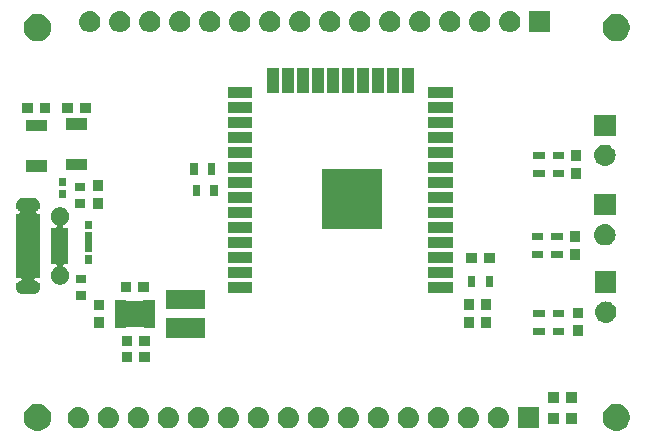
<source format=gbr>
G04 #@! TF.GenerationSoftware,KiCad,Pcbnew,(5.1.4)-1*
G04 #@! TF.CreationDate,2020-08-02T15:41:36-03:00*
G04 #@! TF.ProjectId,esp32_energy_monitor,65737033-325f-4656-9e65-7267795f6d6f,A*
G04 #@! TF.SameCoordinates,PX6d8d2a8PY639eee0*
G04 #@! TF.FileFunction,Soldermask,Top*
G04 #@! TF.FilePolarity,Negative*
%FSLAX46Y46*%
G04 Gerber Fmt 4.6, Leading zero omitted, Abs format (unit mm)*
G04 Created by KiCad (PCBNEW (5.1.4)-1) date 2020-08-02 15:41:36*
%MOMM*%
%LPD*%
G04 APERTURE LIST*
%ADD10C,0.100000*%
G04 APERTURE END LIST*
D10*
G36*
X51851549Y3588884D02*
G01*
X51962734Y3566768D01*
X52172203Y3480003D01*
X52360720Y3354040D01*
X52521040Y3193720D01*
X52614942Y3053185D01*
X52647004Y3005201D01*
X52733768Y2795733D01*
X52774766Y2589625D01*
X52778000Y2573364D01*
X52778000Y2346636D01*
X52733768Y2124266D01*
X52647003Y1914797D01*
X52521040Y1726280D01*
X52360720Y1565960D01*
X52172203Y1439997D01*
X51962734Y1353232D01*
X51851549Y1331116D01*
X51740365Y1309000D01*
X51513635Y1309000D01*
X51402451Y1331116D01*
X51291266Y1353232D01*
X51081797Y1439997D01*
X50893280Y1565960D01*
X50732960Y1726280D01*
X50606997Y1914797D01*
X50520232Y2124266D01*
X50476000Y2346636D01*
X50476000Y2573364D01*
X50479235Y2589625D01*
X50520232Y2795733D01*
X50606996Y3005201D01*
X50639058Y3053185D01*
X50732960Y3193720D01*
X50893280Y3354040D01*
X51081797Y3480003D01*
X51291266Y3566768D01*
X51402451Y3588884D01*
X51513635Y3611000D01*
X51740365Y3611000D01*
X51851549Y3588884D01*
X51851549Y3588884D01*
G37*
G36*
X2851549Y3588884D02*
G01*
X2962734Y3566768D01*
X3172203Y3480003D01*
X3360720Y3354040D01*
X3521040Y3193720D01*
X3614942Y3053185D01*
X3647004Y3005201D01*
X3733768Y2795733D01*
X3774766Y2589625D01*
X3778000Y2573364D01*
X3778000Y2346636D01*
X3733768Y2124266D01*
X3647003Y1914797D01*
X3521040Y1726280D01*
X3360720Y1565960D01*
X3172203Y1439997D01*
X2962734Y1353232D01*
X2851549Y1331116D01*
X2740365Y1309000D01*
X2513635Y1309000D01*
X2402451Y1331116D01*
X2291266Y1353232D01*
X2081797Y1439997D01*
X1893280Y1565960D01*
X1732960Y1726280D01*
X1606997Y1914797D01*
X1520232Y2124266D01*
X1476000Y2346636D01*
X1476000Y2573364D01*
X1479235Y2589625D01*
X1520232Y2795733D01*
X1606996Y3005201D01*
X1639058Y3053185D01*
X1732960Y3193720D01*
X1893280Y3354040D01*
X2081797Y3480003D01*
X2291266Y3566768D01*
X2402451Y3588884D01*
X2513635Y3611000D01*
X2740365Y3611000D01*
X2851549Y3588884D01*
X2851549Y3588884D01*
G37*
G36*
X41758442Y3307482D02*
G01*
X41824627Y3300963D01*
X41994466Y3249443D01*
X42150991Y3165778D01*
X42186729Y3136448D01*
X42288186Y3053186D01*
X42371448Y2951729D01*
X42400778Y2915991D01*
X42484443Y2759466D01*
X42535963Y2589627D01*
X42553359Y2413000D01*
X42535963Y2236373D01*
X42484443Y2066534D01*
X42400778Y1910009D01*
X42371448Y1874271D01*
X42288186Y1772814D01*
X42186729Y1689552D01*
X42150991Y1660222D01*
X41994466Y1576557D01*
X41824627Y1525037D01*
X41758443Y1518519D01*
X41692260Y1512000D01*
X41603740Y1512000D01*
X41537557Y1518519D01*
X41471373Y1525037D01*
X41301534Y1576557D01*
X41145009Y1660222D01*
X41109271Y1689552D01*
X41007814Y1772814D01*
X40924552Y1874271D01*
X40895222Y1910009D01*
X40811557Y2066534D01*
X40760037Y2236373D01*
X40742641Y2413000D01*
X40760037Y2589627D01*
X40811557Y2759466D01*
X40895222Y2915991D01*
X40924552Y2951729D01*
X41007814Y3053186D01*
X41109271Y3136448D01*
X41145009Y3165778D01*
X41301534Y3249443D01*
X41471373Y3300963D01*
X41537558Y3307482D01*
X41603740Y3314000D01*
X41692260Y3314000D01*
X41758442Y3307482D01*
X41758442Y3307482D01*
G37*
G36*
X26518442Y3307482D02*
G01*
X26584627Y3300963D01*
X26754466Y3249443D01*
X26910991Y3165778D01*
X26946729Y3136448D01*
X27048186Y3053186D01*
X27131448Y2951729D01*
X27160778Y2915991D01*
X27244443Y2759466D01*
X27295963Y2589627D01*
X27313359Y2413000D01*
X27295963Y2236373D01*
X27244443Y2066534D01*
X27160778Y1910009D01*
X27131448Y1874271D01*
X27048186Y1772814D01*
X26946729Y1689552D01*
X26910991Y1660222D01*
X26754466Y1576557D01*
X26584627Y1525037D01*
X26518443Y1518519D01*
X26452260Y1512000D01*
X26363740Y1512000D01*
X26297557Y1518519D01*
X26231373Y1525037D01*
X26061534Y1576557D01*
X25905009Y1660222D01*
X25869271Y1689552D01*
X25767814Y1772814D01*
X25684552Y1874271D01*
X25655222Y1910009D01*
X25571557Y2066534D01*
X25520037Y2236373D01*
X25502641Y2413000D01*
X25520037Y2589627D01*
X25571557Y2759466D01*
X25655222Y2915991D01*
X25684552Y2951729D01*
X25767814Y3053186D01*
X25869271Y3136448D01*
X25905009Y3165778D01*
X26061534Y3249443D01*
X26231373Y3300963D01*
X26297558Y3307482D01*
X26363740Y3314000D01*
X26452260Y3314000D01*
X26518442Y3307482D01*
X26518442Y3307482D01*
G37*
G36*
X6198442Y3307482D02*
G01*
X6264627Y3300963D01*
X6434466Y3249443D01*
X6590991Y3165778D01*
X6626729Y3136448D01*
X6728186Y3053186D01*
X6811448Y2951729D01*
X6840778Y2915991D01*
X6924443Y2759466D01*
X6975963Y2589627D01*
X6993359Y2413000D01*
X6975963Y2236373D01*
X6924443Y2066534D01*
X6840778Y1910009D01*
X6811448Y1874271D01*
X6728186Y1772814D01*
X6626729Y1689552D01*
X6590991Y1660222D01*
X6434466Y1576557D01*
X6264627Y1525037D01*
X6198443Y1518519D01*
X6132260Y1512000D01*
X6043740Y1512000D01*
X5977557Y1518519D01*
X5911373Y1525037D01*
X5741534Y1576557D01*
X5585009Y1660222D01*
X5549271Y1689552D01*
X5447814Y1772814D01*
X5364552Y1874271D01*
X5335222Y1910009D01*
X5251557Y2066534D01*
X5200037Y2236373D01*
X5182641Y2413000D01*
X5200037Y2589627D01*
X5251557Y2759466D01*
X5335222Y2915991D01*
X5364552Y2951729D01*
X5447814Y3053186D01*
X5549271Y3136448D01*
X5585009Y3165778D01*
X5741534Y3249443D01*
X5911373Y3300963D01*
X5977558Y3307482D01*
X6043740Y3314000D01*
X6132260Y3314000D01*
X6198442Y3307482D01*
X6198442Y3307482D01*
G37*
G36*
X8738442Y3307482D02*
G01*
X8804627Y3300963D01*
X8974466Y3249443D01*
X9130991Y3165778D01*
X9166729Y3136448D01*
X9268186Y3053186D01*
X9351448Y2951729D01*
X9380778Y2915991D01*
X9464443Y2759466D01*
X9515963Y2589627D01*
X9533359Y2413000D01*
X9515963Y2236373D01*
X9464443Y2066534D01*
X9380778Y1910009D01*
X9351448Y1874271D01*
X9268186Y1772814D01*
X9166729Y1689552D01*
X9130991Y1660222D01*
X8974466Y1576557D01*
X8804627Y1525037D01*
X8738443Y1518519D01*
X8672260Y1512000D01*
X8583740Y1512000D01*
X8517557Y1518519D01*
X8451373Y1525037D01*
X8281534Y1576557D01*
X8125009Y1660222D01*
X8089271Y1689552D01*
X7987814Y1772814D01*
X7904552Y1874271D01*
X7875222Y1910009D01*
X7791557Y2066534D01*
X7740037Y2236373D01*
X7722641Y2413000D01*
X7740037Y2589627D01*
X7791557Y2759466D01*
X7875222Y2915991D01*
X7904552Y2951729D01*
X7987814Y3053186D01*
X8089271Y3136448D01*
X8125009Y3165778D01*
X8281534Y3249443D01*
X8451373Y3300963D01*
X8517558Y3307482D01*
X8583740Y3314000D01*
X8672260Y3314000D01*
X8738442Y3307482D01*
X8738442Y3307482D01*
G37*
G36*
X11278442Y3307482D02*
G01*
X11344627Y3300963D01*
X11514466Y3249443D01*
X11670991Y3165778D01*
X11706729Y3136448D01*
X11808186Y3053186D01*
X11891448Y2951729D01*
X11920778Y2915991D01*
X12004443Y2759466D01*
X12055963Y2589627D01*
X12073359Y2413000D01*
X12055963Y2236373D01*
X12004443Y2066534D01*
X11920778Y1910009D01*
X11891448Y1874271D01*
X11808186Y1772814D01*
X11706729Y1689552D01*
X11670991Y1660222D01*
X11514466Y1576557D01*
X11344627Y1525037D01*
X11278443Y1518519D01*
X11212260Y1512000D01*
X11123740Y1512000D01*
X11057557Y1518519D01*
X10991373Y1525037D01*
X10821534Y1576557D01*
X10665009Y1660222D01*
X10629271Y1689552D01*
X10527814Y1772814D01*
X10444552Y1874271D01*
X10415222Y1910009D01*
X10331557Y2066534D01*
X10280037Y2236373D01*
X10262641Y2413000D01*
X10280037Y2589627D01*
X10331557Y2759466D01*
X10415222Y2915991D01*
X10444552Y2951729D01*
X10527814Y3053186D01*
X10629271Y3136448D01*
X10665009Y3165778D01*
X10821534Y3249443D01*
X10991373Y3300963D01*
X11057558Y3307482D01*
X11123740Y3314000D01*
X11212260Y3314000D01*
X11278442Y3307482D01*
X11278442Y3307482D01*
G37*
G36*
X13818442Y3307482D02*
G01*
X13884627Y3300963D01*
X14054466Y3249443D01*
X14210991Y3165778D01*
X14246729Y3136448D01*
X14348186Y3053186D01*
X14431448Y2951729D01*
X14460778Y2915991D01*
X14544443Y2759466D01*
X14595963Y2589627D01*
X14613359Y2413000D01*
X14595963Y2236373D01*
X14544443Y2066534D01*
X14460778Y1910009D01*
X14431448Y1874271D01*
X14348186Y1772814D01*
X14246729Y1689552D01*
X14210991Y1660222D01*
X14054466Y1576557D01*
X13884627Y1525037D01*
X13818443Y1518519D01*
X13752260Y1512000D01*
X13663740Y1512000D01*
X13597557Y1518519D01*
X13531373Y1525037D01*
X13361534Y1576557D01*
X13205009Y1660222D01*
X13169271Y1689552D01*
X13067814Y1772814D01*
X12984552Y1874271D01*
X12955222Y1910009D01*
X12871557Y2066534D01*
X12820037Y2236373D01*
X12802641Y2413000D01*
X12820037Y2589627D01*
X12871557Y2759466D01*
X12955222Y2915991D01*
X12984552Y2951729D01*
X13067814Y3053186D01*
X13169271Y3136448D01*
X13205009Y3165778D01*
X13361534Y3249443D01*
X13531373Y3300963D01*
X13597558Y3307482D01*
X13663740Y3314000D01*
X13752260Y3314000D01*
X13818442Y3307482D01*
X13818442Y3307482D01*
G37*
G36*
X16358442Y3307482D02*
G01*
X16424627Y3300963D01*
X16594466Y3249443D01*
X16750991Y3165778D01*
X16786729Y3136448D01*
X16888186Y3053186D01*
X16971448Y2951729D01*
X17000778Y2915991D01*
X17084443Y2759466D01*
X17135963Y2589627D01*
X17153359Y2413000D01*
X17135963Y2236373D01*
X17084443Y2066534D01*
X17000778Y1910009D01*
X16971448Y1874271D01*
X16888186Y1772814D01*
X16786729Y1689552D01*
X16750991Y1660222D01*
X16594466Y1576557D01*
X16424627Y1525037D01*
X16358443Y1518519D01*
X16292260Y1512000D01*
X16203740Y1512000D01*
X16137557Y1518519D01*
X16071373Y1525037D01*
X15901534Y1576557D01*
X15745009Y1660222D01*
X15709271Y1689552D01*
X15607814Y1772814D01*
X15524552Y1874271D01*
X15495222Y1910009D01*
X15411557Y2066534D01*
X15360037Y2236373D01*
X15342641Y2413000D01*
X15360037Y2589627D01*
X15411557Y2759466D01*
X15495222Y2915991D01*
X15524552Y2951729D01*
X15607814Y3053186D01*
X15709271Y3136448D01*
X15745009Y3165778D01*
X15901534Y3249443D01*
X16071373Y3300963D01*
X16137558Y3307482D01*
X16203740Y3314000D01*
X16292260Y3314000D01*
X16358442Y3307482D01*
X16358442Y3307482D01*
G37*
G36*
X18898442Y3307482D02*
G01*
X18964627Y3300963D01*
X19134466Y3249443D01*
X19290991Y3165778D01*
X19326729Y3136448D01*
X19428186Y3053186D01*
X19511448Y2951729D01*
X19540778Y2915991D01*
X19624443Y2759466D01*
X19675963Y2589627D01*
X19693359Y2413000D01*
X19675963Y2236373D01*
X19624443Y2066534D01*
X19540778Y1910009D01*
X19511448Y1874271D01*
X19428186Y1772814D01*
X19326729Y1689552D01*
X19290991Y1660222D01*
X19134466Y1576557D01*
X18964627Y1525037D01*
X18898443Y1518519D01*
X18832260Y1512000D01*
X18743740Y1512000D01*
X18677557Y1518519D01*
X18611373Y1525037D01*
X18441534Y1576557D01*
X18285009Y1660222D01*
X18249271Y1689552D01*
X18147814Y1772814D01*
X18064552Y1874271D01*
X18035222Y1910009D01*
X17951557Y2066534D01*
X17900037Y2236373D01*
X17882641Y2413000D01*
X17900037Y2589627D01*
X17951557Y2759466D01*
X18035222Y2915991D01*
X18064552Y2951729D01*
X18147814Y3053186D01*
X18249271Y3136448D01*
X18285009Y3165778D01*
X18441534Y3249443D01*
X18611373Y3300963D01*
X18677558Y3307482D01*
X18743740Y3314000D01*
X18832260Y3314000D01*
X18898442Y3307482D01*
X18898442Y3307482D01*
G37*
G36*
X21438442Y3307482D02*
G01*
X21504627Y3300963D01*
X21674466Y3249443D01*
X21830991Y3165778D01*
X21866729Y3136448D01*
X21968186Y3053186D01*
X22051448Y2951729D01*
X22080778Y2915991D01*
X22164443Y2759466D01*
X22215963Y2589627D01*
X22233359Y2413000D01*
X22215963Y2236373D01*
X22164443Y2066534D01*
X22080778Y1910009D01*
X22051448Y1874271D01*
X21968186Y1772814D01*
X21866729Y1689552D01*
X21830991Y1660222D01*
X21674466Y1576557D01*
X21504627Y1525037D01*
X21438443Y1518519D01*
X21372260Y1512000D01*
X21283740Y1512000D01*
X21217557Y1518519D01*
X21151373Y1525037D01*
X20981534Y1576557D01*
X20825009Y1660222D01*
X20789271Y1689552D01*
X20687814Y1772814D01*
X20604552Y1874271D01*
X20575222Y1910009D01*
X20491557Y2066534D01*
X20440037Y2236373D01*
X20422641Y2413000D01*
X20440037Y2589627D01*
X20491557Y2759466D01*
X20575222Y2915991D01*
X20604552Y2951729D01*
X20687814Y3053186D01*
X20789271Y3136448D01*
X20825009Y3165778D01*
X20981534Y3249443D01*
X21151373Y3300963D01*
X21217558Y3307482D01*
X21283740Y3314000D01*
X21372260Y3314000D01*
X21438442Y3307482D01*
X21438442Y3307482D01*
G37*
G36*
X29058442Y3307482D02*
G01*
X29124627Y3300963D01*
X29294466Y3249443D01*
X29450991Y3165778D01*
X29486729Y3136448D01*
X29588186Y3053186D01*
X29671448Y2951729D01*
X29700778Y2915991D01*
X29784443Y2759466D01*
X29835963Y2589627D01*
X29853359Y2413000D01*
X29835963Y2236373D01*
X29784443Y2066534D01*
X29700778Y1910009D01*
X29671448Y1874271D01*
X29588186Y1772814D01*
X29486729Y1689552D01*
X29450991Y1660222D01*
X29294466Y1576557D01*
X29124627Y1525037D01*
X29058443Y1518519D01*
X28992260Y1512000D01*
X28903740Y1512000D01*
X28837557Y1518519D01*
X28771373Y1525037D01*
X28601534Y1576557D01*
X28445009Y1660222D01*
X28409271Y1689552D01*
X28307814Y1772814D01*
X28224552Y1874271D01*
X28195222Y1910009D01*
X28111557Y2066534D01*
X28060037Y2236373D01*
X28042641Y2413000D01*
X28060037Y2589627D01*
X28111557Y2759466D01*
X28195222Y2915991D01*
X28224552Y2951729D01*
X28307814Y3053186D01*
X28409271Y3136448D01*
X28445009Y3165778D01*
X28601534Y3249443D01*
X28771373Y3300963D01*
X28837558Y3307482D01*
X28903740Y3314000D01*
X28992260Y3314000D01*
X29058442Y3307482D01*
X29058442Y3307482D01*
G37*
G36*
X31598442Y3307482D02*
G01*
X31664627Y3300963D01*
X31834466Y3249443D01*
X31990991Y3165778D01*
X32026729Y3136448D01*
X32128186Y3053186D01*
X32211448Y2951729D01*
X32240778Y2915991D01*
X32324443Y2759466D01*
X32375963Y2589627D01*
X32393359Y2413000D01*
X32375963Y2236373D01*
X32324443Y2066534D01*
X32240778Y1910009D01*
X32211448Y1874271D01*
X32128186Y1772814D01*
X32026729Y1689552D01*
X31990991Y1660222D01*
X31834466Y1576557D01*
X31664627Y1525037D01*
X31598443Y1518519D01*
X31532260Y1512000D01*
X31443740Y1512000D01*
X31377557Y1518519D01*
X31311373Y1525037D01*
X31141534Y1576557D01*
X30985009Y1660222D01*
X30949271Y1689552D01*
X30847814Y1772814D01*
X30764552Y1874271D01*
X30735222Y1910009D01*
X30651557Y2066534D01*
X30600037Y2236373D01*
X30582641Y2413000D01*
X30600037Y2589627D01*
X30651557Y2759466D01*
X30735222Y2915991D01*
X30764552Y2951729D01*
X30847814Y3053186D01*
X30949271Y3136448D01*
X30985009Y3165778D01*
X31141534Y3249443D01*
X31311373Y3300963D01*
X31377558Y3307482D01*
X31443740Y3314000D01*
X31532260Y3314000D01*
X31598442Y3307482D01*
X31598442Y3307482D01*
G37*
G36*
X34138442Y3307482D02*
G01*
X34204627Y3300963D01*
X34374466Y3249443D01*
X34530991Y3165778D01*
X34566729Y3136448D01*
X34668186Y3053186D01*
X34751448Y2951729D01*
X34780778Y2915991D01*
X34864443Y2759466D01*
X34915963Y2589627D01*
X34933359Y2413000D01*
X34915963Y2236373D01*
X34864443Y2066534D01*
X34780778Y1910009D01*
X34751448Y1874271D01*
X34668186Y1772814D01*
X34566729Y1689552D01*
X34530991Y1660222D01*
X34374466Y1576557D01*
X34204627Y1525037D01*
X34138443Y1518519D01*
X34072260Y1512000D01*
X33983740Y1512000D01*
X33917557Y1518519D01*
X33851373Y1525037D01*
X33681534Y1576557D01*
X33525009Y1660222D01*
X33489271Y1689552D01*
X33387814Y1772814D01*
X33304552Y1874271D01*
X33275222Y1910009D01*
X33191557Y2066534D01*
X33140037Y2236373D01*
X33122641Y2413000D01*
X33140037Y2589627D01*
X33191557Y2759466D01*
X33275222Y2915991D01*
X33304552Y2951729D01*
X33387814Y3053186D01*
X33489271Y3136448D01*
X33525009Y3165778D01*
X33681534Y3249443D01*
X33851373Y3300963D01*
X33917558Y3307482D01*
X33983740Y3314000D01*
X34072260Y3314000D01*
X34138442Y3307482D01*
X34138442Y3307482D01*
G37*
G36*
X36678442Y3307482D02*
G01*
X36744627Y3300963D01*
X36914466Y3249443D01*
X37070991Y3165778D01*
X37106729Y3136448D01*
X37208186Y3053186D01*
X37291448Y2951729D01*
X37320778Y2915991D01*
X37404443Y2759466D01*
X37455963Y2589627D01*
X37473359Y2413000D01*
X37455963Y2236373D01*
X37404443Y2066534D01*
X37320778Y1910009D01*
X37291448Y1874271D01*
X37208186Y1772814D01*
X37106729Y1689552D01*
X37070991Y1660222D01*
X36914466Y1576557D01*
X36744627Y1525037D01*
X36678443Y1518519D01*
X36612260Y1512000D01*
X36523740Y1512000D01*
X36457557Y1518519D01*
X36391373Y1525037D01*
X36221534Y1576557D01*
X36065009Y1660222D01*
X36029271Y1689552D01*
X35927814Y1772814D01*
X35844552Y1874271D01*
X35815222Y1910009D01*
X35731557Y2066534D01*
X35680037Y2236373D01*
X35662641Y2413000D01*
X35680037Y2589627D01*
X35731557Y2759466D01*
X35815222Y2915991D01*
X35844552Y2951729D01*
X35927814Y3053186D01*
X36029271Y3136448D01*
X36065009Y3165778D01*
X36221534Y3249443D01*
X36391373Y3300963D01*
X36457558Y3307482D01*
X36523740Y3314000D01*
X36612260Y3314000D01*
X36678442Y3307482D01*
X36678442Y3307482D01*
G37*
G36*
X39218442Y3307482D02*
G01*
X39284627Y3300963D01*
X39454466Y3249443D01*
X39610991Y3165778D01*
X39646729Y3136448D01*
X39748186Y3053186D01*
X39831448Y2951729D01*
X39860778Y2915991D01*
X39944443Y2759466D01*
X39995963Y2589627D01*
X40013359Y2413000D01*
X39995963Y2236373D01*
X39944443Y2066534D01*
X39860778Y1910009D01*
X39831448Y1874271D01*
X39748186Y1772814D01*
X39646729Y1689552D01*
X39610991Y1660222D01*
X39454466Y1576557D01*
X39284627Y1525037D01*
X39218443Y1518519D01*
X39152260Y1512000D01*
X39063740Y1512000D01*
X38997557Y1518519D01*
X38931373Y1525037D01*
X38761534Y1576557D01*
X38605009Y1660222D01*
X38569271Y1689552D01*
X38467814Y1772814D01*
X38384552Y1874271D01*
X38355222Y1910009D01*
X38271557Y2066534D01*
X38220037Y2236373D01*
X38202641Y2413000D01*
X38220037Y2589627D01*
X38271557Y2759466D01*
X38355222Y2915991D01*
X38384552Y2951729D01*
X38467814Y3053186D01*
X38569271Y3136448D01*
X38605009Y3165778D01*
X38761534Y3249443D01*
X38931373Y3300963D01*
X38997558Y3307482D01*
X39063740Y3314000D01*
X39152260Y3314000D01*
X39218442Y3307482D01*
X39218442Y3307482D01*
G37*
G36*
X45089000Y1512000D02*
G01*
X43287000Y1512000D01*
X43287000Y3314000D01*
X45089000Y3314000D01*
X45089000Y1512000D01*
X45089000Y1512000D01*
G37*
G36*
X23978442Y3307482D02*
G01*
X24044627Y3300963D01*
X24214466Y3249443D01*
X24370991Y3165778D01*
X24406729Y3136448D01*
X24508186Y3053186D01*
X24591448Y2951729D01*
X24620778Y2915991D01*
X24704443Y2759466D01*
X24755963Y2589627D01*
X24773359Y2413000D01*
X24755963Y2236373D01*
X24704443Y2066534D01*
X24620778Y1910009D01*
X24591448Y1874271D01*
X24508186Y1772814D01*
X24406729Y1689552D01*
X24370991Y1660222D01*
X24214466Y1576557D01*
X24044627Y1525037D01*
X23978443Y1518519D01*
X23912260Y1512000D01*
X23823740Y1512000D01*
X23757557Y1518519D01*
X23691373Y1525037D01*
X23521534Y1576557D01*
X23365009Y1660222D01*
X23329271Y1689552D01*
X23227814Y1772814D01*
X23144552Y1874271D01*
X23115222Y1910009D01*
X23031557Y2066534D01*
X22980037Y2236373D01*
X22962641Y2413000D01*
X22980037Y2589627D01*
X23031557Y2759466D01*
X23115222Y2915991D01*
X23144552Y2951729D01*
X23227814Y3053186D01*
X23329271Y3136448D01*
X23365009Y3165778D01*
X23521534Y3249443D01*
X23691373Y3300963D01*
X23757558Y3307482D01*
X23823740Y3314000D01*
X23912260Y3314000D01*
X23978442Y3307482D01*
X23978442Y3307482D01*
G37*
G36*
X46780000Y1929000D02*
G01*
X45878000Y1929000D01*
X45878000Y2781000D01*
X46780000Y2781000D01*
X46780000Y1929000D01*
X46780000Y1929000D01*
G37*
G36*
X48280000Y1929000D02*
G01*
X47378000Y1929000D01*
X47378000Y2781000D01*
X48280000Y2781000D01*
X48280000Y1929000D01*
X48280000Y1929000D01*
G37*
G36*
X48280000Y3707000D02*
G01*
X47378000Y3707000D01*
X47378000Y4559000D01*
X48280000Y4559000D01*
X48280000Y3707000D01*
X48280000Y3707000D01*
G37*
G36*
X46780000Y3707000D02*
G01*
X45878000Y3707000D01*
X45878000Y4559000D01*
X46780000Y4559000D01*
X46780000Y3707000D01*
X46780000Y3707000D01*
G37*
G36*
X10662000Y7102000D02*
G01*
X9760000Y7102000D01*
X9760000Y7954000D01*
X10662000Y7954000D01*
X10662000Y7102000D01*
X10662000Y7102000D01*
G37*
G36*
X12162000Y7102000D02*
G01*
X11260000Y7102000D01*
X11260000Y7954000D01*
X12162000Y7954000D01*
X12162000Y7102000D01*
X12162000Y7102000D01*
G37*
G36*
X12162000Y8502000D02*
G01*
X11260000Y8502000D01*
X11260000Y9354000D01*
X12162000Y9354000D01*
X12162000Y8502000D01*
X12162000Y8502000D01*
G37*
G36*
X10662000Y8502000D02*
G01*
X9760000Y8502000D01*
X9760000Y9354000D01*
X10662000Y9354000D01*
X10662000Y8502000D01*
X10662000Y8502000D01*
G37*
G36*
X16812000Y9202000D02*
G01*
X13510000Y9202000D01*
X13510000Y10854000D01*
X16812000Y10854000D01*
X16812000Y9202000D01*
X16812000Y9202000D01*
G37*
G36*
X48813000Y9340000D02*
G01*
X47961000Y9340000D01*
X47961000Y10242000D01*
X48813000Y10242000D01*
X48813000Y9340000D01*
X48813000Y9340000D01*
G37*
G36*
X45586000Y9426500D02*
G01*
X44584000Y9426500D01*
X44584000Y10028500D01*
X45586000Y10028500D01*
X45586000Y9426500D01*
X45586000Y9426500D01*
G37*
G36*
X47237000Y9426500D02*
G01*
X46235000Y9426500D01*
X46235000Y10028500D01*
X47237000Y10028500D01*
X47237000Y9426500D01*
X47237000Y9426500D01*
G37*
G36*
X8287000Y10027000D02*
G01*
X7435000Y10027000D01*
X7435000Y10929000D01*
X8287000Y10929000D01*
X8287000Y10027000D01*
X8287000Y10027000D01*
G37*
G36*
X10071515Y12406164D02*
G01*
X10083066Y12384553D01*
X10098611Y12365611D01*
X10117553Y12350066D01*
X10139164Y12338515D01*
X10162613Y12331402D01*
X10186999Y12329000D01*
X11535001Y12329000D01*
X11559387Y12331402D01*
X11582836Y12338515D01*
X11604447Y12350066D01*
X11623389Y12365611D01*
X11638934Y12384553D01*
X11650485Y12406164D01*
X11657412Y12429000D01*
X12562000Y12429000D01*
X12562000Y10027000D01*
X11657412Y10027000D01*
X11650485Y10049836D01*
X11638934Y10071447D01*
X11623389Y10090389D01*
X11604447Y10105934D01*
X11582836Y10117485D01*
X11559387Y10124598D01*
X11535001Y10127000D01*
X10186999Y10127000D01*
X10162613Y10124598D01*
X10139164Y10117485D01*
X10117553Y10105934D01*
X10098611Y10090389D01*
X10083066Y10071447D01*
X10071515Y10049836D01*
X10064588Y10027000D01*
X9160000Y10027000D01*
X9160000Y12429000D01*
X10064588Y12429000D01*
X10071515Y12406164D01*
X10071515Y12406164D01*
G37*
G36*
X39553000Y10059000D02*
G01*
X38701000Y10059000D01*
X38701000Y10961000D01*
X39553000Y10961000D01*
X39553000Y10059000D01*
X39553000Y10059000D01*
G37*
G36*
X41053000Y10059000D02*
G01*
X40201000Y10059000D01*
X40201000Y10961000D01*
X41053000Y10961000D01*
X41053000Y10059000D01*
X41053000Y10059000D01*
G37*
G36*
X50846943Y12260981D02*
G01*
X50913127Y12254463D01*
X51082966Y12202943D01*
X51239491Y12119278D01*
X51275229Y12089948D01*
X51376686Y12006686D01*
X51440440Y11929000D01*
X51489278Y11869491D01*
X51572943Y11712966D01*
X51624463Y11543127D01*
X51641859Y11366500D01*
X51624463Y11189873D01*
X51572943Y11020034D01*
X51489278Y10863509D01*
X51459948Y10827771D01*
X51376686Y10726314D01*
X51275229Y10643052D01*
X51239491Y10613722D01*
X51082966Y10530057D01*
X50913127Y10478537D01*
X50846942Y10472018D01*
X50780760Y10465500D01*
X50692240Y10465500D01*
X50626057Y10472019D01*
X50559873Y10478537D01*
X50390034Y10530057D01*
X50233509Y10613722D01*
X50197771Y10643052D01*
X50096314Y10726314D01*
X50013052Y10827771D01*
X49983722Y10863509D01*
X49900057Y11020034D01*
X49848537Y11189873D01*
X49831141Y11366500D01*
X49848537Y11543127D01*
X49900057Y11712966D01*
X49983722Y11869491D01*
X50032560Y11929000D01*
X50096314Y12006686D01*
X50197771Y12089948D01*
X50233509Y12119278D01*
X50390034Y12202943D01*
X50559873Y12254463D01*
X50626058Y12260982D01*
X50692240Y12267500D01*
X50780760Y12267500D01*
X50846943Y12260981D01*
X50846943Y12260981D01*
G37*
G36*
X48813000Y10840000D02*
G01*
X47961000Y10840000D01*
X47961000Y11742000D01*
X48813000Y11742000D01*
X48813000Y10840000D01*
X48813000Y10840000D01*
G37*
G36*
X47237000Y10926500D02*
G01*
X46235000Y10926500D01*
X46235000Y11528500D01*
X47237000Y11528500D01*
X47237000Y10926500D01*
X47237000Y10926500D01*
G37*
G36*
X45586000Y10926500D02*
G01*
X44584000Y10926500D01*
X44584000Y11528500D01*
X45586000Y11528500D01*
X45586000Y10926500D01*
X45586000Y10926500D01*
G37*
G36*
X8287000Y11527000D02*
G01*
X7435000Y11527000D01*
X7435000Y12429000D01*
X8287000Y12429000D01*
X8287000Y11527000D01*
X8287000Y11527000D01*
G37*
G36*
X41053000Y11559000D02*
G01*
X40201000Y11559000D01*
X40201000Y12461000D01*
X41053000Y12461000D01*
X41053000Y11559000D01*
X41053000Y11559000D01*
G37*
G36*
X39553000Y11559000D02*
G01*
X38701000Y11559000D01*
X38701000Y12461000D01*
X39553000Y12461000D01*
X39553000Y11559000D01*
X39553000Y11559000D01*
G37*
G36*
X16812000Y11602000D02*
G01*
X13510000Y11602000D01*
X13510000Y13254000D01*
X16812000Y13254000D01*
X16812000Y11602000D01*
X16812000Y11602000D01*
G37*
G36*
X6778000Y12409000D02*
G01*
X5876000Y12409000D01*
X5876000Y13111000D01*
X6778000Y13111000D01*
X6778000Y12409000D01*
X6778000Y12409000D01*
G37*
G36*
X2344818Y21052304D02*
G01*
X2458105Y21017938D01*
X2562512Y20962131D01*
X2654027Y20887027D01*
X2729131Y20795512D01*
X2784938Y20691105D01*
X2818729Y20579713D01*
X2828000Y20557330D01*
X2828000Y20495659D01*
X2828602Y20483407D01*
X2830907Y20460000D01*
X2828602Y20436593D01*
X2828000Y20424341D01*
X2828000Y20089000D01*
X2759127Y20089000D01*
X2734741Y20086598D01*
X2711292Y20079485D01*
X2689681Y20067934D01*
X2662502Y20043300D01*
X2654027Y20032973D01*
X2562513Y19957870D01*
X2556524Y19954669D01*
X2536637Y19944039D01*
X2516262Y19930425D01*
X2498935Y19913098D01*
X2485321Y19892724D01*
X2475944Y19870085D01*
X2471163Y19846052D01*
X2471163Y19821548D01*
X2475943Y19797514D01*
X2485320Y19774876D01*
X2498934Y19754501D01*
X2516261Y19737174D01*
X2536635Y19723560D01*
X2559274Y19714183D01*
X2583307Y19709402D01*
X2595560Y19708800D01*
X2810200Y19708800D01*
X2810200Y14262000D01*
X2496213Y14262000D01*
X2471827Y14259598D01*
X2448378Y14252485D01*
X2426767Y14240934D01*
X2407825Y14225389D01*
X2392280Y14206447D01*
X2380729Y14184836D01*
X2373616Y14161387D01*
X2371214Y14137001D01*
X2373616Y14112615D01*
X2380729Y14089166D01*
X2392280Y14067555D01*
X2407825Y14048613D01*
X2426767Y14033068D01*
X2448378Y14021517D01*
X2457547Y14018236D01*
X2562512Y13962131D01*
X2654027Y13887027D01*
X2662502Y13876700D01*
X2679829Y13859373D01*
X2700204Y13845759D01*
X2722843Y13836382D01*
X2759127Y13831000D01*
X2828000Y13831000D01*
X2828000Y13495659D01*
X2828602Y13483407D01*
X2830907Y13460000D01*
X2828602Y13436593D01*
X2828000Y13424341D01*
X2828000Y13359890D01*
X2818729Y13340287D01*
X2784938Y13228895D01*
X2729131Y13124488D01*
X2654027Y13032973D01*
X2562512Y12957869D01*
X2458105Y12902062D01*
X2344818Y12867696D01*
X2256519Y12859000D01*
X1397481Y12859000D01*
X1309182Y12867696D01*
X1195895Y12902062D01*
X1091488Y12957869D01*
X999973Y13032973D01*
X924869Y13124488D01*
X869062Y13228895D01*
X835271Y13340287D01*
X826000Y13362670D01*
X826000Y13424341D01*
X825398Y13436593D01*
X823093Y13460000D01*
X825398Y13483407D01*
X826000Y13495659D01*
X826000Y13831000D01*
X894873Y13831000D01*
X919259Y13833402D01*
X942708Y13840515D01*
X964319Y13852066D01*
X991498Y13876700D01*
X999973Y13887027D01*
X1091488Y13962131D01*
X1197569Y14018833D01*
X1216711Y14026762D01*
X1237085Y14040375D01*
X1254412Y14057702D01*
X1268026Y14078077D01*
X1277403Y14100715D01*
X1282184Y14124749D01*
X1282184Y14149253D01*
X1277404Y14173286D01*
X1268026Y14195925D01*
X1254413Y14216299D01*
X1237086Y14233626D01*
X1216711Y14247240D01*
X1194073Y14256617D01*
X1170039Y14261398D01*
X1157787Y14262000D01*
X808200Y14262000D01*
X808200Y19708800D01*
X1058440Y19708800D01*
X1082826Y19711202D01*
X1106275Y19718315D01*
X1127886Y19729866D01*
X1146828Y19745411D01*
X1162373Y19764353D01*
X1173924Y19785964D01*
X1181037Y19809413D01*
X1183439Y19833799D01*
X1181037Y19858185D01*
X1173924Y19881634D01*
X1162373Y19903245D01*
X1146828Y19922187D01*
X1127886Y19937732D01*
X1117363Y19944039D01*
X1097476Y19954669D01*
X1091487Y19957870D01*
X999973Y20032973D01*
X991498Y20043300D01*
X974171Y20060627D01*
X953796Y20074241D01*
X931157Y20083618D01*
X894873Y20089000D01*
X826000Y20089000D01*
X826000Y20424341D01*
X825398Y20436593D01*
X823093Y20460000D01*
X825398Y20483407D01*
X826000Y20495659D01*
X826000Y20560110D01*
X835271Y20579713D01*
X869062Y20691105D01*
X924869Y20795512D01*
X999973Y20887027D01*
X1091488Y20962131D01*
X1195895Y21017938D01*
X1309182Y21052304D01*
X1397481Y21061000D01*
X2256519Y21061000D01*
X2344818Y21052304D01*
X2344818Y21052304D01*
G37*
G36*
X20828000Y12949000D02*
G01*
X18726000Y12949000D01*
X18726000Y13951000D01*
X20828000Y13951000D01*
X20828000Y12949000D01*
X20828000Y12949000D01*
G37*
G36*
X37828000Y12949000D02*
G01*
X35726000Y12949000D01*
X35726000Y13951000D01*
X37828000Y13951000D01*
X37828000Y12949000D01*
X37828000Y12949000D01*
G37*
G36*
X51637500Y13005500D02*
G01*
X49835500Y13005500D01*
X49835500Y14807500D01*
X51637500Y14807500D01*
X51637500Y13005500D01*
X51637500Y13005500D01*
G37*
G36*
X12062000Y13102000D02*
G01*
X11160000Y13102000D01*
X11160000Y13954000D01*
X12062000Y13954000D01*
X12062000Y13102000D01*
X12062000Y13102000D01*
G37*
G36*
X10562000Y13102000D02*
G01*
X9660000Y13102000D01*
X9660000Y13954000D01*
X10562000Y13954000D01*
X10562000Y13102000D01*
X10562000Y13102000D01*
G37*
G36*
X39678000Y13459000D02*
G01*
X39076000Y13459000D01*
X39076000Y14461000D01*
X39678000Y14461000D01*
X39678000Y13459000D01*
X39678000Y13459000D01*
G37*
G36*
X41178000Y13459000D02*
G01*
X40576000Y13459000D01*
X40576000Y14461000D01*
X41178000Y14461000D01*
X41178000Y13459000D01*
X41178000Y13459000D01*
G37*
G36*
X4753348Y20206180D02*
G01*
X4753350Y20206179D01*
X4753351Y20206179D01*
X4894574Y20147683D01*
X4894577Y20147681D01*
X5021669Y20062761D01*
X5129761Y19954669D01*
X5164121Y19903245D01*
X5214683Y19827574D01*
X5262885Y19711202D01*
X5273180Y19686348D01*
X5303000Y19536431D01*
X5303000Y19383571D01*
X5273179Y19233649D01*
X5214683Y19092426D01*
X5214681Y19092423D01*
X5129761Y18965331D01*
X5021669Y18857239D01*
X4947977Y18808000D01*
X4894574Y18772317D01*
X4844272Y18751481D01*
X4822664Y18739932D01*
X4803722Y18724386D01*
X4788177Y18705444D01*
X4776626Y18683834D01*
X4769513Y18660385D01*
X4767111Y18635999D01*
X4769513Y18611613D01*
X4776626Y18588164D01*
X4788177Y18566553D01*
X4803723Y18547611D01*
X4822665Y18532066D01*
X4844275Y18520515D01*
X4867724Y18513402D01*
X4892110Y18511000D01*
X5253000Y18511000D01*
X5253000Y15409000D01*
X4892110Y15409000D01*
X4867724Y15406598D01*
X4844275Y15399485D01*
X4822664Y15387934D01*
X4803722Y15372389D01*
X4788177Y15353447D01*
X4776626Y15331836D01*
X4769513Y15308387D01*
X4767111Y15284001D01*
X4769513Y15259615D01*
X4776626Y15236166D01*
X4788177Y15214555D01*
X4803722Y15195613D01*
X4822664Y15180068D01*
X4844272Y15168519D01*
X4894574Y15147683D01*
X4894575Y15147682D01*
X5021669Y15062761D01*
X5129761Y14954669D01*
X5214681Y14827577D01*
X5214683Y14827574D01*
X5273179Y14686351D01*
X5273180Y14686348D01*
X5303000Y14536431D01*
X5303000Y14383569D01*
X5275883Y14247240D01*
X5273179Y14233649D01*
X5214683Y14092426D01*
X5214681Y14092423D01*
X5129761Y13965331D01*
X5021669Y13857239D01*
X4985994Y13833402D01*
X4894574Y13772317D01*
X4753351Y13713821D01*
X4753350Y13713821D01*
X4753348Y13713820D01*
X4603431Y13684000D01*
X4450569Y13684000D01*
X4300652Y13713820D01*
X4300650Y13713821D01*
X4300649Y13713821D01*
X4159426Y13772317D01*
X4068006Y13833402D01*
X4032331Y13857239D01*
X3924239Y13965331D01*
X3839319Y14092423D01*
X3839317Y14092426D01*
X3780821Y14233649D01*
X3778118Y14247240D01*
X3751000Y14383569D01*
X3751000Y14536431D01*
X3780820Y14686348D01*
X3780821Y14686351D01*
X3839317Y14827574D01*
X3839319Y14827577D01*
X3924239Y14954669D01*
X4032331Y15062761D01*
X4159425Y15147682D01*
X4159426Y15147683D01*
X4209728Y15168519D01*
X4231336Y15180068D01*
X4250278Y15195614D01*
X4265823Y15214556D01*
X4277374Y15236166D01*
X4284487Y15259615D01*
X4286889Y15284001D01*
X4284487Y15308387D01*
X4277374Y15331836D01*
X4265823Y15353447D01*
X4250277Y15372389D01*
X4231335Y15387934D01*
X4209725Y15399485D01*
X4186276Y15406598D01*
X4161890Y15409000D01*
X3801000Y15409000D01*
X3801000Y18511000D01*
X4161890Y18511000D01*
X4186276Y18513402D01*
X4209725Y18520515D01*
X4231336Y18532066D01*
X4250278Y18547611D01*
X4265823Y18566553D01*
X4277374Y18588164D01*
X4284487Y18611613D01*
X4286889Y18635999D01*
X4284487Y18660385D01*
X4277374Y18683834D01*
X4265823Y18705445D01*
X4250278Y18724387D01*
X4231336Y18739932D01*
X4209728Y18751481D01*
X4159426Y18772317D01*
X4106023Y18808000D01*
X4032331Y18857239D01*
X3924239Y18965331D01*
X3839319Y19092423D01*
X3839317Y19092426D01*
X3780821Y19233649D01*
X3751000Y19383571D01*
X3751000Y19536431D01*
X3780820Y19686348D01*
X3791115Y19711202D01*
X3839317Y19827574D01*
X3889879Y19903245D01*
X3924239Y19954669D01*
X4032331Y20062761D01*
X4159423Y20147681D01*
X4159426Y20147683D01*
X4300649Y20206179D01*
X4300650Y20206179D01*
X4300652Y20206180D01*
X4450569Y20236000D01*
X4603431Y20236000D01*
X4753348Y20206180D01*
X4753348Y20206180D01*
G37*
G36*
X6778000Y13809000D02*
G01*
X5876000Y13809000D01*
X5876000Y14511000D01*
X6778000Y14511000D01*
X6778000Y13809000D01*
X6778000Y13809000D01*
G37*
G36*
X20828000Y14219000D02*
G01*
X18726000Y14219000D01*
X18726000Y15221000D01*
X20828000Y15221000D01*
X20828000Y14219000D01*
X20828000Y14219000D01*
G37*
G36*
X37828000Y14219000D02*
G01*
X35726000Y14219000D01*
X35726000Y15221000D01*
X37828000Y15221000D01*
X37828000Y14219000D01*
X37828000Y14219000D01*
G37*
G36*
X7278000Y15469000D02*
G01*
X6676000Y15469000D01*
X6676000Y16171000D01*
X7278000Y16171000D01*
X7278000Y15469000D01*
X7278000Y15469000D01*
G37*
G36*
X37828000Y15489000D02*
G01*
X35726000Y15489000D01*
X35726000Y16491000D01*
X37828000Y16491000D01*
X37828000Y15489000D01*
X37828000Y15489000D01*
G37*
G36*
X20828000Y15489000D02*
G01*
X18726000Y15489000D01*
X18726000Y16491000D01*
X20828000Y16491000D01*
X20828000Y15489000D01*
X20828000Y15489000D01*
G37*
G36*
X39828000Y15534000D02*
G01*
X38926000Y15534000D01*
X38926000Y16386000D01*
X39828000Y16386000D01*
X39828000Y15534000D01*
X39828000Y15534000D01*
G37*
G36*
X41328000Y15534000D02*
G01*
X40426000Y15534000D01*
X40426000Y16386000D01*
X41328000Y16386000D01*
X41328000Y15534000D01*
X41328000Y15534000D01*
G37*
G36*
X48559000Y15817000D02*
G01*
X47707000Y15817000D01*
X47707000Y16719000D01*
X48559000Y16719000D01*
X48559000Y15817000D01*
X48559000Y15817000D01*
G37*
G36*
X45459000Y15967000D02*
G01*
X44457000Y15967000D01*
X44457000Y16569000D01*
X45459000Y16569000D01*
X45459000Y15967000D01*
X45459000Y15967000D01*
G37*
G36*
X47110000Y15967000D02*
G01*
X46108000Y15967000D01*
X46108000Y16569000D01*
X47110000Y16569000D01*
X47110000Y15967000D01*
X47110000Y15967000D01*
G37*
G36*
X7278000Y16469000D02*
G01*
X6676000Y16469000D01*
X6676000Y18111000D01*
X7278000Y18111000D01*
X7278000Y16469000D01*
X7278000Y16469000D01*
G37*
G36*
X37828000Y16759000D02*
G01*
X35726000Y16759000D01*
X35726000Y17761000D01*
X37828000Y17761000D01*
X37828000Y16759000D01*
X37828000Y16759000D01*
G37*
G36*
X20828000Y16759000D02*
G01*
X18726000Y16759000D01*
X18726000Y17761000D01*
X20828000Y17761000D01*
X20828000Y16759000D01*
X20828000Y16759000D01*
G37*
G36*
X50783442Y18801482D02*
G01*
X50849627Y18794963D01*
X51019466Y18743443D01*
X51175991Y18659778D01*
X51211729Y18630448D01*
X51313186Y18547186D01*
X51396448Y18445729D01*
X51425778Y18409991D01*
X51509443Y18253466D01*
X51560963Y18083627D01*
X51578359Y17907000D01*
X51560963Y17730373D01*
X51509443Y17560534D01*
X51425778Y17404009D01*
X51396448Y17368271D01*
X51313186Y17266814D01*
X51245175Y17211000D01*
X51175991Y17154222D01*
X51019466Y17070557D01*
X50849627Y17019037D01*
X50783442Y17012518D01*
X50717260Y17006000D01*
X50628740Y17006000D01*
X50562558Y17012518D01*
X50496373Y17019037D01*
X50326534Y17070557D01*
X50170009Y17154222D01*
X50100825Y17211000D01*
X50032814Y17266814D01*
X49949552Y17368271D01*
X49920222Y17404009D01*
X49836557Y17560534D01*
X49785037Y17730373D01*
X49767641Y17907000D01*
X49785037Y18083627D01*
X49836557Y18253466D01*
X49920222Y18409991D01*
X49949552Y18445729D01*
X50032814Y18547186D01*
X50134271Y18630448D01*
X50170009Y18659778D01*
X50326534Y18743443D01*
X50496373Y18794963D01*
X50562558Y18801482D01*
X50628740Y18808000D01*
X50717260Y18808000D01*
X50783442Y18801482D01*
X50783442Y18801482D01*
G37*
G36*
X48559000Y17317000D02*
G01*
X47707000Y17317000D01*
X47707000Y18219000D01*
X48559000Y18219000D01*
X48559000Y17317000D01*
X48559000Y17317000D01*
G37*
G36*
X47110000Y17467000D02*
G01*
X46108000Y17467000D01*
X46108000Y18069000D01*
X47110000Y18069000D01*
X47110000Y17467000D01*
X47110000Y17467000D01*
G37*
G36*
X45459000Y17467000D02*
G01*
X44457000Y17467000D01*
X44457000Y18069000D01*
X45459000Y18069000D01*
X45459000Y17467000D01*
X45459000Y17467000D01*
G37*
G36*
X20828000Y18029000D02*
G01*
X18726000Y18029000D01*
X18726000Y19031000D01*
X20828000Y19031000D01*
X20828000Y18029000D01*
X20828000Y18029000D01*
G37*
G36*
X37828000Y18029000D02*
G01*
X35726000Y18029000D01*
X35726000Y19031000D01*
X37828000Y19031000D01*
X37828000Y18029000D01*
X37828000Y18029000D01*
G37*
G36*
X31828000Y18399000D02*
G01*
X26726000Y18399000D01*
X26726000Y23501000D01*
X31828000Y23501000D01*
X31828000Y18399000D01*
X31828000Y18399000D01*
G37*
G36*
X7278000Y18409000D02*
G01*
X6676000Y18409000D01*
X6676000Y19111000D01*
X7278000Y19111000D01*
X7278000Y18409000D01*
X7278000Y18409000D01*
G37*
G36*
X20828000Y19299000D02*
G01*
X18726000Y19299000D01*
X18726000Y20301000D01*
X20828000Y20301000D01*
X20828000Y19299000D01*
X20828000Y19299000D01*
G37*
G36*
X37828000Y19299000D02*
G01*
X35726000Y19299000D01*
X35726000Y20301000D01*
X37828000Y20301000D01*
X37828000Y19299000D01*
X37828000Y19299000D01*
G37*
G36*
X51574000Y19546000D02*
G01*
X49772000Y19546000D01*
X49772000Y21348000D01*
X51574000Y21348000D01*
X51574000Y19546000D01*
X51574000Y19546000D01*
G37*
G36*
X8153000Y20109000D02*
G01*
X7301000Y20109000D01*
X7301000Y21011000D01*
X8153000Y21011000D01*
X8153000Y20109000D01*
X8153000Y20109000D01*
G37*
G36*
X6678000Y20209000D02*
G01*
X5776000Y20209000D01*
X5776000Y20911000D01*
X6678000Y20911000D01*
X6678000Y20209000D01*
X6678000Y20209000D01*
G37*
G36*
X37828000Y20569000D02*
G01*
X35726000Y20569000D01*
X35726000Y21571000D01*
X37828000Y21571000D01*
X37828000Y20569000D01*
X37828000Y20569000D01*
G37*
G36*
X20828000Y20569000D02*
G01*
X18726000Y20569000D01*
X18726000Y21571000D01*
X20828000Y21571000D01*
X20828000Y20569000D01*
X20828000Y20569000D01*
G37*
G36*
X5028000Y21009000D02*
G01*
X4426000Y21009000D01*
X4426000Y21711000D01*
X5028000Y21711000D01*
X5028000Y21009000D01*
X5028000Y21009000D01*
G37*
G36*
X17878000Y21159000D02*
G01*
X17276000Y21159000D01*
X17276000Y22161000D01*
X17878000Y22161000D01*
X17878000Y21159000D01*
X17878000Y21159000D01*
G37*
G36*
X16378000Y21159000D02*
G01*
X15776000Y21159000D01*
X15776000Y22161000D01*
X16378000Y22161000D01*
X16378000Y21159000D01*
X16378000Y21159000D01*
G37*
G36*
X6678000Y21609000D02*
G01*
X5776000Y21609000D01*
X5776000Y22311000D01*
X6678000Y22311000D01*
X6678000Y21609000D01*
X6678000Y21609000D01*
G37*
G36*
X8153000Y21609000D02*
G01*
X7301000Y21609000D01*
X7301000Y22511000D01*
X8153000Y22511000D01*
X8153000Y21609000D01*
X8153000Y21609000D01*
G37*
G36*
X20828000Y21839000D02*
G01*
X18726000Y21839000D01*
X18726000Y22841000D01*
X20828000Y22841000D01*
X20828000Y21839000D01*
X20828000Y21839000D01*
G37*
G36*
X37828000Y21839000D02*
G01*
X35726000Y21839000D01*
X35726000Y22841000D01*
X37828000Y22841000D01*
X37828000Y21839000D01*
X37828000Y21839000D01*
G37*
G36*
X5028000Y22009000D02*
G01*
X4426000Y22009000D01*
X4426000Y22711000D01*
X5028000Y22711000D01*
X5028000Y22009000D01*
X5028000Y22009000D01*
G37*
G36*
X48686000Y22675000D02*
G01*
X47834000Y22675000D01*
X47834000Y23577000D01*
X48686000Y23577000D01*
X48686000Y22675000D01*
X48686000Y22675000D01*
G37*
G36*
X47237000Y22825000D02*
G01*
X46235000Y22825000D01*
X46235000Y23427000D01*
X47237000Y23427000D01*
X47237000Y22825000D01*
X47237000Y22825000D01*
G37*
G36*
X45586000Y22825000D02*
G01*
X44584000Y22825000D01*
X44584000Y23427000D01*
X45586000Y23427000D01*
X45586000Y22825000D01*
X45586000Y22825000D01*
G37*
G36*
X16178000Y22959000D02*
G01*
X15576000Y22959000D01*
X15576000Y23961000D01*
X16178000Y23961000D01*
X16178000Y22959000D01*
X16178000Y22959000D01*
G37*
G36*
X17678000Y22959000D02*
G01*
X17076000Y22959000D01*
X17076000Y23961000D01*
X17678000Y23961000D01*
X17678000Y22959000D01*
X17678000Y22959000D01*
G37*
G36*
X20828000Y23109000D02*
G01*
X18726000Y23109000D01*
X18726000Y24111000D01*
X20828000Y24111000D01*
X20828000Y23109000D01*
X20828000Y23109000D01*
G37*
G36*
X37828000Y23109000D02*
G01*
X35726000Y23109000D01*
X35726000Y24111000D01*
X37828000Y24111000D01*
X37828000Y23109000D01*
X37828000Y23109000D01*
G37*
G36*
X3428000Y23259000D02*
G01*
X1626000Y23259000D01*
X1626000Y24261000D01*
X3428000Y24261000D01*
X3428000Y23259000D01*
X3428000Y23259000D01*
G37*
G36*
X6828000Y23359000D02*
G01*
X5026000Y23359000D01*
X5026000Y24361000D01*
X6828000Y24361000D01*
X6828000Y23359000D01*
X6828000Y23359000D01*
G37*
G36*
X50783442Y25532482D02*
G01*
X50849627Y25525963D01*
X51019466Y25474443D01*
X51175991Y25390778D01*
X51187905Y25381000D01*
X51313186Y25278186D01*
X51396448Y25176729D01*
X51425778Y25140991D01*
X51509443Y24984466D01*
X51560963Y24814627D01*
X51578359Y24638000D01*
X51560963Y24461373D01*
X51509443Y24291534D01*
X51425778Y24135009D01*
X51406074Y24111000D01*
X51313186Y23997814D01*
X51211729Y23914552D01*
X51175991Y23885222D01*
X51019466Y23801557D01*
X50849627Y23750037D01*
X50783442Y23743518D01*
X50717260Y23737000D01*
X50628740Y23737000D01*
X50562558Y23743518D01*
X50496373Y23750037D01*
X50326534Y23801557D01*
X50170009Y23885222D01*
X50134271Y23914552D01*
X50032814Y23997814D01*
X49939926Y24111000D01*
X49920222Y24135009D01*
X49836557Y24291534D01*
X49785037Y24461373D01*
X49767641Y24638000D01*
X49785037Y24814627D01*
X49836557Y24984466D01*
X49920222Y25140991D01*
X49949552Y25176729D01*
X50032814Y25278186D01*
X50158095Y25381000D01*
X50170009Y25390778D01*
X50326534Y25474443D01*
X50496373Y25525963D01*
X50562558Y25532482D01*
X50628740Y25539000D01*
X50717260Y25539000D01*
X50783442Y25532482D01*
X50783442Y25532482D01*
G37*
G36*
X48686000Y24175000D02*
G01*
X47834000Y24175000D01*
X47834000Y25077000D01*
X48686000Y25077000D01*
X48686000Y24175000D01*
X48686000Y24175000D01*
G37*
G36*
X45586000Y24325000D02*
G01*
X44584000Y24325000D01*
X44584000Y24927000D01*
X45586000Y24927000D01*
X45586000Y24325000D01*
X45586000Y24325000D01*
G37*
G36*
X47237000Y24325000D02*
G01*
X46235000Y24325000D01*
X46235000Y24927000D01*
X47237000Y24927000D01*
X47237000Y24325000D01*
X47237000Y24325000D01*
G37*
G36*
X37828000Y24379000D02*
G01*
X35726000Y24379000D01*
X35726000Y25381000D01*
X37828000Y25381000D01*
X37828000Y24379000D01*
X37828000Y24379000D01*
G37*
G36*
X20828000Y24379000D02*
G01*
X18726000Y24379000D01*
X18726000Y25381000D01*
X20828000Y25381000D01*
X20828000Y24379000D01*
X20828000Y24379000D01*
G37*
G36*
X37828000Y25649000D02*
G01*
X35726000Y25649000D01*
X35726000Y26651000D01*
X37828000Y26651000D01*
X37828000Y25649000D01*
X37828000Y25649000D01*
G37*
G36*
X20828000Y25649000D02*
G01*
X18726000Y25649000D01*
X18726000Y26651000D01*
X20828000Y26651000D01*
X20828000Y25649000D01*
X20828000Y25649000D01*
G37*
G36*
X51574000Y26277000D02*
G01*
X49772000Y26277000D01*
X49772000Y28079000D01*
X51574000Y28079000D01*
X51574000Y26277000D01*
X51574000Y26277000D01*
G37*
G36*
X3428000Y26659000D02*
G01*
X1626000Y26659000D01*
X1626000Y27661000D01*
X3428000Y27661000D01*
X3428000Y26659000D01*
X3428000Y26659000D01*
G37*
G36*
X6828000Y26759000D02*
G01*
X5026000Y26759000D01*
X5026000Y27761000D01*
X6828000Y27761000D01*
X6828000Y26759000D01*
X6828000Y26759000D01*
G37*
G36*
X20828000Y26919000D02*
G01*
X18726000Y26919000D01*
X18726000Y27921000D01*
X20828000Y27921000D01*
X20828000Y26919000D01*
X20828000Y26919000D01*
G37*
G36*
X37828000Y26919000D02*
G01*
X35726000Y26919000D01*
X35726000Y27921000D01*
X37828000Y27921000D01*
X37828000Y26919000D01*
X37828000Y26919000D01*
G37*
G36*
X37828000Y28189000D02*
G01*
X35726000Y28189000D01*
X35726000Y29191000D01*
X37828000Y29191000D01*
X37828000Y28189000D01*
X37828000Y28189000D01*
G37*
G36*
X20828000Y28189000D02*
G01*
X18726000Y28189000D01*
X18726000Y29191000D01*
X20828000Y29191000D01*
X20828000Y28189000D01*
X20828000Y28189000D01*
G37*
G36*
X2228000Y28234000D02*
G01*
X1326000Y28234000D01*
X1326000Y29086000D01*
X2228000Y29086000D01*
X2228000Y28234000D01*
X2228000Y28234000D01*
G37*
G36*
X7128000Y28234000D02*
G01*
X6226000Y28234000D01*
X6226000Y29086000D01*
X7128000Y29086000D01*
X7128000Y28234000D01*
X7128000Y28234000D01*
G37*
G36*
X5628000Y28234000D02*
G01*
X4726000Y28234000D01*
X4726000Y29086000D01*
X5628000Y29086000D01*
X5628000Y28234000D01*
X5628000Y28234000D01*
G37*
G36*
X3728000Y28234000D02*
G01*
X2826000Y28234000D01*
X2826000Y29086000D01*
X3728000Y29086000D01*
X3728000Y28234000D01*
X3728000Y28234000D01*
G37*
G36*
X37828000Y29459000D02*
G01*
X35726000Y29459000D01*
X35726000Y30461000D01*
X37828000Y30461000D01*
X37828000Y29459000D01*
X37828000Y29459000D01*
G37*
G36*
X20828000Y29459000D02*
G01*
X18726000Y29459000D01*
X18726000Y30461000D01*
X20828000Y30461000D01*
X20828000Y29459000D01*
X20828000Y29459000D01*
G37*
G36*
X23063000Y29909000D02*
G01*
X22061000Y29909000D01*
X22061000Y32011000D01*
X23063000Y32011000D01*
X23063000Y29909000D01*
X23063000Y29909000D01*
G37*
G36*
X24333000Y29909000D02*
G01*
X23331000Y29909000D01*
X23331000Y32011000D01*
X24333000Y32011000D01*
X24333000Y29909000D01*
X24333000Y29909000D01*
G37*
G36*
X25603000Y29909000D02*
G01*
X24601000Y29909000D01*
X24601000Y32011000D01*
X25603000Y32011000D01*
X25603000Y29909000D01*
X25603000Y29909000D01*
G37*
G36*
X26873000Y29909000D02*
G01*
X25871000Y29909000D01*
X25871000Y32011000D01*
X26873000Y32011000D01*
X26873000Y29909000D01*
X26873000Y29909000D01*
G37*
G36*
X28143000Y29909000D02*
G01*
X27141000Y29909000D01*
X27141000Y32011000D01*
X28143000Y32011000D01*
X28143000Y29909000D01*
X28143000Y29909000D01*
G37*
G36*
X30683000Y29909000D02*
G01*
X29681000Y29909000D01*
X29681000Y32011000D01*
X30683000Y32011000D01*
X30683000Y29909000D01*
X30683000Y29909000D01*
G37*
G36*
X31953000Y29909000D02*
G01*
X30951000Y29909000D01*
X30951000Y32011000D01*
X31953000Y32011000D01*
X31953000Y29909000D01*
X31953000Y29909000D01*
G37*
G36*
X34493000Y29909000D02*
G01*
X33491000Y29909000D01*
X33491000Y32011000D01*
X34493000Y32011000D01*
X34493000Y29909000D01*
X34493000Y29909000D01*
G37*
G36*
X33223000Y29909000D02*
G01*
X32221000Y29909000D01*
X32221000Y32011000D01*
X33223000Y32011000D01*
X33223000Y29909000D01*
X33223000Y29909000D01*
G37*
G36*
X29413000Y29909000D02*
G01*
X28411000Y29909000D01*
X28411000Y32011000D01*
X29413000Y32011000D01*
X29413000Y29909000D01*
X29413000Y29909000D01*
G37*
G36*
X51794730Y36600186D02*
G01*
X51962734Y36566768D01*
X52172203Y36480003D01*
X52360720Y36354040D01*
X52521040Y36193720D01*
X52647003Y36005203D01*
X52733768Y35795734D01*
X52778000Y35573364D01*
X52778000Y35346636D01*
X52733768Y35124266D01*
X52647003Y34914797D01*
X52521040Y34726280D01*
X52360720Y34565960D01*
X52172203Y34439997D01*
X51962734Y34353232D01*
X51851549Y34331116D01*
X51740365Y34309000D01*
X51513635Y34309000D01*
X51402451Y34331116D01*
X51291266Y34353232D01*
X51081797Y34439997D01*
X50893280Y34565960D01*
X50732960Y34726280D01*
X50606997Y34914797D01*
X50520232Y35124266D01*
X50476000Y35346636D01*
X50476000Y35573364D01*
X50520232Y35795734D01*
X50606997Y36005203D01*
X50732960Y36193720D01*
X50893280Y36354040D01*
X51081797Y36480003D01*
X51291266Y36566768D01*
X51459270Y36600186D01*
X51513635Y36611000D01*
X51740365Y36611000D01*
X51794730Y36600186D01*
X51794730Y36600186D01*
G37*
G36*
X2794730Y36600186D02*
G01*
X2962734Y36566768D01*
X3172203Y36480003D01*
X3360720Y36354040D01*
X3521040Y36193720D01*
X3647003Y36005203D01*
X3733768Y35795734D01*
X3778000Y35573364D01*
X3778000Y35346636D01*
X3733768Y35124266D01*
X3647003Y34914797D01*
X3521040Y34726280D01*
X3360720Y34565960D01*
X3172203Y34439997D01*
X2962734Y34353232D01*
X2851549Y34331116D01*
X2740365Y34309000D01*
X2513635Y34309000D01*
X2402451Y34331116D01*
X2291266Y34353232D01*
X2081797Y34439997D01*
X1893280Y34565960D01*
X1732960Y34726280D01*
X1606997Y34914797D01*
X1520232Y35124266D01*
X1476000Y35346636D01*
X1476000Y35573364D01*
X1520232Y35795734D01*
X1606997Y36005203D01*
X1732960Y36193720D01*
X1893280Y36354040D01*
X2081797Y36480003D01*
X2291266Y36566768D01*
X2459270Y36600186D01*
X2513635Y36611000D01*
X2740365Y36611000D01*
X2794730Y36600186D01*
X2794730Y36600186D01*
G37*
G36*
X37637442Y36854482D02*
G01*
X37703627Y36847963D01*
X37873466Y36796443D01*
X38029991Y36712778D01*
X38065729Y36683448D01*
X38167186Y36600186D01*
X38250448Y36498729D01*
X38279778Y36462991D01*
X38363443Y36306466D01*
X38414963Y36136627D01*
X38432359Y35960000D01*
X38414963Y35783373D01*
X38363443Y35613534D01*
X38279778Y35457009D01*
X38250448Y35421271D01*
X38167186Y35319814D01*
X38065729Y35236552D01*
X38029991Y35207222D01*
X38029989Y35207221D01*
X37874793Y35124266D01*
X37873466Y35123557D01*
X37703627Y35072037D01*
X37637442Y35065518D01*
X37571260Y35059000D01*
X37482740Y35059000D01*
X37416558Y35065518D01*
X37350373Y35072037D01*
X37180534Y35123557D01*
X37179208Y35124266D01*
X37024011Y35207221D01*
X37024009Y35207222D01*
X36988271Y35236552D01*
X36886814Y35319814D01*
X36803552Y35421271D01*
X36774222Y35457009D01*
X36690557Y35613534D01*
X36639037Y35783373D01*
X36621641Y35960000D01*
X36639037Y36136627D01*
X36690557Y36306466D01*
X36774222Y36462991D01*
X36803552Y36498729D01*
X36886814Y36600186D01*
X36988271Y36683448D01*
X37024009Y36712778D01*
X37180534Y36796443D01*
X37350373Y36847963D01*
X37416558Y36854482D01*
X37482740Y36861000D01*
X37571260Y36861000D01*
X37637442Y36854482D01*
X37637442Y36854482D01*
G37*
G36*
X35097442Y36854482D02*
G01*
X35163627Y36847963D01*
X35333466Y36796443D01*
X35489991Y36712778D01*
X35525729Y36683448D01*
X35627186Y36600186D01*
X35710448Y36498729D01*
X35739778Y36462991D01*
X35823443Y36306466D01*
X35874963Y36136627D01*
X35892359Y35960000D01*
X35874963Y35783373D01*
X35823443Y35613534D01*
X35739778Y35457009D01*
X35710448Y35421271D01*
X35627186Y35319814D01*
X35525729Y35236552D01*
X35489991Y35207222D01*
X35489989Y35207221D01*
X35334793Y35124266D01*
X35333466Y35123557D01*
X35163627Y35072037D01*
X35097442Y35065518D01*
X35031260Y35059000D01*
X34942740Y35059000D01*
X34876558Y35065518D01*
X34810373Y35072037D01*
X34640534Y35123557D01*
X34639208Y35124266D01*
X34484011Y35207221D01*
X34484009Y35207222D01*
X34448271Y35236552D01*
X34346814Y35319814D01*
X34263552Y35421271D01*
X34234222Y35457009D01*
X34150557Y35613534D01*
X34099037Y35783373D01*
X34081641Y35960000D01*
X34099037Y36136627D01*
X34150557Y36306466D01*
X34234222Y36462991D01*
X34263552Y36498729D01*
X34346814Y36600186D01*
X34448271Y36683448D01*
X34484009Y36712778D01*
X34640534Y36796443D01*
X34810373Y36847963D01*
X34876558Y36854482D01*
X34942740Y36861000D01*
X35031260Y36861000D01*
X35097442Y36854482D01*
X35097442Y36854482D01*
G37*
G36*
X32557442Y36854482D02*
G01*
X32623627Y36847963D01*
X32793466Y36796443D01*
X32949991Y36712778D01*
X32985729Y36683448D01*
X33087186Y36600186D01*
X33170448Y36498729D01*
X33199778Y36462991D01*
X33283443Y36306466D01*
X33334963Y36136627D01*
X33352359Y35960000D01*
X33334963Y35783373D01*
X33283443Y35613534D01*
X33199778Y35457009D01*
X33170448Y35421271D01*
X33087186Y35319814D01*
X32985729Y35236552D01*
X32949991Y35207222D01*
X32949989Y35207221D01*
X32794793Y35124266D01*
X32793466Y35123557D01*
X32623627Y35072037D01*
X32557442Y35065518D01*
X32491260Y35059000D01*
X32402740Y35059000D01*
X32336558Y35065518D01*
X32270373Y35072037D01*
X32100534Y35123557D01*
X32099208Y35124266D01*
X31944011Y35207221D01*
X31944009Y35207222D01*
X31908271Y35236552D01*
X31806814Y35319814D01*
X31723552Y35421271D01*
X31694222Y35457009D01*
X31610557Y35613534D01*
X31559037Y35783373D01*
X31541641Y35960000D01*
X31559037Y36136627D01*
X31610557Y36306466D01*
X31694222Y36462991D01*
X31723552Y36498729D01*
X31806814Y36600186D01*
X31908271Y36683448D01*
X31944009Y36712778D01*
X32100534Y36796443D01*
X32270373Y36847963D01*
X32336558Y36854482D01*
X32402740Y36861000D01*
X32491260Y36861000D01*
X32557442Y36854482D01*
X32557442Y36854482D01*
G37*
G36*
X30017442Y36854482D02*
G01*
X30083627Y36847963D01*
X30253466Y36796443D01*
X30409991Y36712778D01*
X30445729Y36683448D01*
X30547186Y36600186D01*
X30630448Y36498729D01*
X30659778Y36462991D01*
X30743443Y36306466D01*
X30794963Y36136627D01*
X30812359Y35960000D01*
X30794963Y35783373D01*
X30743443Y35613534D01*
X30659778Y35457009D01*
X30630448Y35421271D01*
X30547186Y35319814D01*
X30445729Y35236552D01*
X30409991Y35207222D01*
X30409989Y35207221D01*
X30254793Y35124266D01*
X30253466Y35123557D01*
X30083627Y35072037D01*
X30017442Y35065518D01*
X29951260Y35059000D01*
X29862740Y35059000D01*
X29796558Y35065518D01*
X29730373Y35072037D01*
X29560534Y35123557D01*
X29559208Y35124266D01*
X29404011Y35207221D01*
X29404009Y35207222D01*
X29368271Y35236552D01*
X29266814Y35319814D01*
X29183552Y35421271D01*
X29154222Y35457009D01*
X29070557Y35613534D01*
X29019037Y35783373D01*
X29001641Y35960000D01*
X29019037Y36136627D01*
X29070557Y36306466D01*
X29154222Y36462991D01*
X29183552Y36498729D01*
X29266814Y36600186D01*
X29368271Y36683448D01*
X29404009Y36712778D01*
X29560534Y36796443D01*
X29730373Y36847963D01*
X29796558Y36854482D01*
X29862740Y36861000D01*
X29951260Y36861000D01*
X30017442Y36854482D01*
X30017442Y36854482D01*
G37*
G36*
X27477442Y36854482D02*
G01*
X27543627Y36847963D01*
X27713466Y36796443D01*
X27869991Y36712778D01*
X27905729Y36683448D01*
X28007186Y36600186D01*
X28090448Y36498729D01*
X28119778Y36462991D01*
X28203443Y36306466D01*
X28254963Y36136627D01*
X28272359Y35960000D01*
X28254963Y35783373D01*
X28203443Y35613534D01*
X28119778Y35457009D01*
X28090448Y35421271D01*
X28007186Y35319814D01*
X27905729Y35236552D01*
X27869991Y35207222D01*
X27869989Y35207221D01*
X27714793Y35124266D01*
X27713466Y35123557D01*
X27543627Y35072037D01*
X27477442Y35065518D01*
X27411260Y35059000D01*
X27322740Y35059000D01*
X27256558Y35065518D01*
X27190373Y35072037D01*
X27020534Y35123557D01*
X27019208Y35124266D01*
X26864011Y35207221D01*
X26864009Y35207222D01*
X26828271Y35236552D01*
X26726814Y35319814D01*
X26643552Y35421271D01*
X26614222Y35457009D01*
X26530557Y35613534D01*
X26479037Y35783373D01*
X26461641Y35960000D01*
X26479037Y36136627D01*
X26530557Y36306466D01*
X26614222Y36462991D01*
X26643552Y36498729D01*
X26726814Y36600186D01*
X26828271Y36683448D01*
X26864009Y36712778D01*
X27020534Y36796443D01*
X27190373Y36847963D01*
X27256558Y36854482D01*
X27322740Y36861000D01*
X27411260Y36861000D01*
X27477442Y36854482D01*
X27477442Y36854482D01*
G37*
G36*
X24937442Y36854482D02*
G01*
X25003627Y36847963D01*
X25173466Y36796443D01*
X25329991Y36712778D01*
X25365729Y36683448D01*
X25467186Y36600186D01*
X25550448Y36498729D01*
X25579778Y36462991D01*
X25663443Y36306466D01*
X25714963Y36136627D01*
X25732359Y35960000D01*
X25714963Y35783373D01*
X25663443Y35613534D01*
X25579778Y35457009D01*
X25550448Y35421271D01*
X25467186Y35319814D01*
X25365729Y35236552D01*
X25329991Y35207222D01*
X25329989Y35207221D01*
X25174793Y35124266D01*
X25173466Y35123557D01*
X25003627Y35072037D01*
X24937442Y35065518D01*
X24871260Y35059000D01*
X24782740Y35059000D01*
X24716558Y35065518D01*
X24650373Y35072037D01*
X24480534Y35123557D01*
X24479208Y35124266D01*
X24324011Y35207221D01*
X24324009Y35207222D01*
X24288271Y35236552D01*
X24186814Y35319814D01*
X24103552Y35421271D01*
X24074222Y35457009D01*
X23990557Y35613534D01*
X23939037Y35783373D01*
X23921641Y35960000D01*
X23939037Y36136627D01*
X23990557Y36306466D01*
X24074222Y36462991D01*
X24103552Y36498729D01*
X24186814Y36600186D01*
X24288271Y36683448D01*
X24324009Y36712778D01*
X24480534Y36796443D01*
X24650373Y36847963D01*
X24716558Y36854482D01*
X24782740Y36861000D01*
X24871260Y36861000D01*
X24937442Y36854482D01*
X24937442Y36854482D01*
G37*
G36*
X46048000Y35059000D02*
G01*
X44246000Y35059000D01*
X44246000Y36861000D01*
X46048000Y36861000D01*
X46048000Y35059000D01*
X46048000Y35059000D01*
G37*
G36*
X42717442Y36854482D02*
G01*
X42783627Y36847963D01*
X42953466Y36796443D01*
X43109991Y36712778D01*
X43145729Y36683448D01*
X43247186Y36600186D01*
X43330448Y36498729D01*
X43359778Y36462991D01*
X43443443Y36306466D01*
X43494963Y36136627D01*
X43512359Y35960000D01*
X43494963Y35783373D01*
X43443443Y35613534D01*
X43359778Y35457009D01*
X43330448Y35421271D01*
X43247186Y35319814D01*
X43145729Y35236552D01*
X43109991Y35207222D01*
X43109989Y35207221D01*
X42954793Y35124266D01*
X42953466Y35123557D01*
X42783627Y35072037D01*
X42717442Y35065518D01*
X42651260Y35059000D01*
X42562740Y35059000D01*
X42496558Y35065518D01*
X42430373Y35072037D01*
X42260534Y35123557D01*
X42259208Y35124266D01*
X42104011Y35207221D01*
X42104009Y35207222D01*
X42068271Y35236552D01*
X41966814Y35319814D01*
X41883552Y35421271D01*
X41854222Y35457009D01*
X41770557Y35613534D01*
X41719037Y35783373D01*
X41701641Y35960000D01*
X41719037Y36136627D01*
X41770557Y36306466D01*
X41854222Y36462991D01*
X41883552Y36498729D01*
X41966814Y36600186D01*
X42068271Y36683448D01*
X42104009Y36712778D01*
X42260534Y36796443D01*
X42430373Y36847963D01*
X42496558Y36854482D01*
X42562740Y36861000D01*
X42651260Y36861000D01*
X42717442Y36854482D01*
X42717442Y36854482D01*
G37*
G36*
X40177442Y36854482D02*
G01*
X40243627Y36847963D01*
X40413466Y36796443D01*
X40569991Y36712778D01*
X40605729Y36683448D01*
X40707186Y36600186D01*
X40790448Y36498729D01*
X40819778Y36462991D01*
X40903443Y36306466D01*
X40954963Y36136627D01*
X40972359Y35960000D01*
X40954963Y35783373D01*
X40903443Y35613534D01*
X40819778Y35457009D01*
X40790448Y35421271D01*
X40707186Y35319814D01*
X40605729Y35236552D01*
X40569991Y35207222D01*
X40569989Y35207221D01*
X40414793Y35124266D01*
X40413466Y35123557D01*
X40243627Y35072037D01*
X40177442Y35065518D01*
X40111260Y35059000D01*
X40022740Y35059000D01*
X39956558Y35065518D01*
X39890373Y35072037D01*
X39720534Y35123557D01*
X39719208Y35124266D01*
X39564011Y35207221D01*
X39564009Y35207222D01*
X39528271Y35236552D01*
X39426814Y35319814D01*
X39343552Y35421271D01*
X39314222Y35457009D01*
X39230557Y35613534D01*
X39179037Y35783373D01*
X39161641Y35960000D01*
X39179037Y36136627D01*
X39230557Y36306466D01*
X39314222Y36462991D01*
X39343552Y36498729D01*
X39426814Y36600186D01*
X39528271Y36683448D01*
X39564009Y36712778D01*
X39720534Y36796443D01*
X39890373Y36847963D01*
X39956558Y36854482D01*
X40022740Y36861000D01*
X40111260Y36861000D01*
X40177442Y36854482D01*
X40177442Y36854482D01*
G37*
G36*
X22397442Y36854482D02*
G01*
X22463627Y36847963D01*
X22633466Y36796443D01*
X22789991Y36712778D01*
X22825729Y36683448D01*
X22927186Y36600186D01*
X23010448Y36498729D01*
X23039778Y36462991D01*
X23123443Y36306466D01*
X23174963Y36136627D01*
X23192359Y35960000D01*
X23174963Y35783373D01*
X23123443Y35613534D01*
X23039778Y35457009D01*
X23010448Y35421271D01*
X22927186Y35319814D01*
X22825729Y35236552D01*
X22789991Y35207222D01*
X22789989Y35207221D01*
X22634793Y35124266D01*
X22633466Y35123557D01*
X22463627Y35072037D01*
X22397442Y35065518D01*
X22331260Y35059000D01*
X22242740Y35059000D01*
X22176558Y35065518D01*
X22110373Y35072037D01*
X21940534Y35123557D01*
X21939208Y35124266D01*
X21784011Y35207221D01*
X21784009Y35207222D01*
X21748271Y35236552D01*
X21646814Y35319814D01*
X21563552Y35421271D01*
X21534222Y35457009D01*
X21450557Y35613534D01*
X21399037Y35783373D01*
X21381641Y35960000D01*
X21399037Y36136627D01*
X21450557Y36306466D01*
X21534222Y36462991D01*
X21563552Y36498729D01*
X21646814Y36600186D01*
X21748271Y36683448D01*
X21784009Y36712778D01*
X21940534Y36796443D01*
X22110373Y36847963D01*
X22176558Y36854482D01*
X22242740Y36861000D01*
X22331260Y36861000D01*
X22397442Y36854482D01*
X22397442Y36854482D01*
G37*
G36*
X7157442Y36854482D02*
G01*
X7223627Y36847963D01*
X7393466Y36796443D01*
X7549991Y36712778D01*
X7585729Y36683448D01*
X7687186Y36600186D01*
X7770448Y36498729D01*
X7799778Y36462991D01*
X7883443Y36306466D01*
X7934963Y36136627D01*
X7952359Y35960000D01*
X7934963Y35783373D01*
X7883443Y35613534D01*
X7799778Y35457009D01*
X7770448Y35421271D01*
X7687186Y35319814D01*
X7585729Y35236552D01*
X7549991Y35207222D01*
X7549989Y35207221D01*
X7394793Y35124266D01*
X7393466Y35123557D01*
X7223627Y35072037D01*
X7157442Y35065518D01*
X7091260Y35059000D01*
X7002740Y35059000D01*
X6936558Y35065518D01*
X6870373Y35072037D01*
X6700534Y35123557D01*
X6699208Y35124266D01*
X6544011Y35207221D01*
X6544009Y35207222D01*
X6508271Y35236552D01*
X6406814Y35319814D01*
X6323552Y35421271D01*
X6294222Y35457009D01*
X6210557Y35613534D01*
X6159037Y35783373D01*
X6141641Y35960000D01*
X6159037Y36136627D01*
X6210557Y36306466D01*
X6294222Y36462991D01*
X6323552Y36498729D01*
X6406814Y36600186D01*
X6508271Y36683448D01*
X6544009Y36712778D01*
X6700534Y36796443D01*
X6870373Y36847963D01*
X6936558Y36854482D01*
X7002740Y36861000D01*
X7091260Y36861000D01*
X7157442Y36854482D01*
X7157442Y36854482D01*
G37*
G36*
X9697442Y36854482D02*
G01*
X9763627Y36847963D01*
X9933466Y36796443D01*
X10089991Y36712778D01*
X10125729Y36683448D01*
X10227186Y36600186D01*
X10310448Y36498729D01*
X10339778Y36462991D01*
X10423443Y36306466D01*
X10474963Y36136627D01*
X10492359Y35960000D01*
X10474963Y35783373D01*
X10423443Y35613534D01*
X10339778Y35457009D01*
X10310448Y35421271D01*
X10227186Y35319814D01*
X10125729Y35236552D01*
X10089991Y35207222D01*
X10089989Y35207221D01*
X9934793Y35124266D01*
X9933466Y35123557D01*
X9763627Y35072037D01*
X9697442Y35065518D01*
X9631260Y35059000D01*
X9542740Y35059000D01*
X9476558Y35065518D01*
X9410373Y35072037D01*
X9240534Y35123557D01*
X9239208Y35124266D01*
X9084011Y35207221D01*
X9084009Y35207222D01*
X9048271Y35236552D01*
X8946814Y35319814D01*
X8863552Y35421271D01*
X8834222Y35457009D01*
X8750557Y35613534D01*
X8699037Y35783373D01*
X8681641Y35960000D01*
X8699037Y36136627D01*
X8750557Y36306466D01*
X8834222Y36462991D01*
X8863552Y36498729D01*
X8946814Y36600186D01*
X9048271Y36683448D01*
X9084009Y36712778D01*
X9240534Y36796443D01*
X9410373Y36847963D01*
X9476558Y36854482D01*
X9542740Y36861000D01*
X9631260Y36861000D01*
X9697442Y36854482D01*
X9697442Y36854482D01*
G37*
G36*
X12237442Y36854482D02*
G01*
X12303627Y36847963D01*
X12473466Y36796443D01*
X12629991Y36712778D01*
X12665729Y36683448D01*
X12767186Y36600186D01*
X12850448Y36498729D01*
X12879778Y36462991D01*
X12963443Y36306466D01*
X13014963Y36136627D01*
X13032359Y35960000D01*
X13014963Y35783373D01*
X12963443Y35613534D01*
X12879778Y35457009D01*
X12850448Y35421271D01*
X12767186Y35319814D01*
X12665729Y35236552D01*
X12629991Y35207222D01*
X12629989Y35207221D01*
X12474793Y35124266D01*
X12473466Y35123557D01*
X12303627Y35072037D01*
X12237442Y35065518D01*
X12171260Y35059000D01*
X12082740Y35059000D01*
X12016558Y35065518D01*
X11950373Y35072037D01*
X11780534Y35123557D01*
X11779208Y35124266D01*
X11624011Y35207221D01*
X11624009Y35207222D01*
X11588271Y35236552D01*
X11486814Y35319814D01*
X11403552Y35421271D01*
X11374222Y35457009D01*
X11290557Y35613534D01*
X11239037Y35783373D01*
X11221641Y35960000D01*
X11239037Y36136627D01*
X11290557Y36306466D01*
X11374222Y36462991D01*
X11403552Y36498729D01*
X11486814Y36600186D01*
X11588271Y36683448D01*
X11624009Y36712778D01*
X11780534Y36796443D01*
X11950373Y36847963D01*
X12016558Y36854482D01*
X12082740Y36861000D01*
X12171260Y36861000D01*
X12237442Y36854482D01*
X12237442Y36854482D01*
G37*
G36*
X14777442Y36854482D02*
G01*
X14843627Y36847963D01*
X15013466Y36796443D01*
X15169991Y36712778D01*
X15205729Y36683448D01*
X15307186Y36600186D01*
X15390448Y36498729D01*
X15419778Y36462991D01*
X15503443Y36306466D01*
X15554963Y36136627D01*
X15572359Y35960000D01*
X15554963Y35783373D01*
X15503443Y35613534D01*
X15419778Y35457009D01*
X15390448Y35421271D01*
X15307186Y35319814D01*
X15205729Y35236552D01*
X15169991Y35207222D01*
X15169989Y35207221D01*
X15014793Y35124266D01*
X15013466Y35123557D01*
X14843627Y35072037D01*
X14777442Y35065518D01*
X14711260Y35059000D01*
X14622740Y35059000D01*
X14556558Y35065518D01*
X14490373Y35072037D01*
X14320534Y35123557D01*
X14319208Y35124266D01*
X14164011Y35207221D01*
X14164009Y35207222D01*
X14128271Y35236552D01*
X14026814Y35319814D01*
X13943552Y35421271D01*
X13914222Y35457009D01*
X13830557Y35613534D01*
X13779037Y35783373D01*
X13761641Y35960000D01*
X13779037Y36136627D01*
X13830557Y36306466D01*
X13914222Y36462991D01*
X13943552Y36498729D01*
X14026814Y36600186D01*
X14128271Y36683448D01*
X14164009Y36712778D01*
X14320534Y36796443D01*
X14490373Y36847963D01*
X14556558Y36854482D01*
X14622740Y36861000D01*
X14711260Y36861000D01*
X14777442Y36854482D01*
X14777442Y36854482D01*
G37*
G36*
X19857442Y36854482D02*
G01*
X19923627Y36847963D01*
X20093466Y36796443D01*
X20249991Y36712778D01*
X20285729Y36683448D01*
X20387186Y36600186D01*
X20470448Y36498729D01*
X20499778Y36462991D01*
X20583443Y36306466D01*
X20634963Y36136627D01*
X20652359Y35960000D01*
X20634963Y35783373D01*
X20583443Y35613534D01*
X20499778Y35457009D01*
X20470448Y35421271D01*
X20387186Y35319814D01*
X20285729Y35236552D01*
X20249991Y35207222D01*
X20249989Y35207221D01*
X20094793Y35124266D01*
X20093466Y35123557D01*
X19923627Y35072037D01*
X19857442Y35065518D01*
X19791260Y35059000D01*
X19702740Y35059000D01*
X19636558Y35065518D01*
X19570373Y35072037D01*
X19400534Y35123557D01*
X19399208Y35124266D01*
X19244011Y35207221D01*
X19244009Y35207222D01*
X19208271Y35236552D01*
X19106814Y35319814D01*
X19023552Y35421271D01*
X18994222Y35457009D01*
X18910557Y35613534D01*
X18859037Y35783373D01*
X18841641Y35960000D01*
X18859037Y36136627D01*
X18910557Y36306466D01*
X18994222Y36462991D01*
X19023552Y36498729D01*
X19106814Y36600186D01*
X19208271Y36683448D01*
X19244009Y36712778D01*
X19400534Y36796443D01*
X19570373Y36847963D01*
X19636558Y36854482D01*
X19702740Y36861000D01*
X19791260Y36861000D01*
X19857442Y36854482D01*
X19857442Y36854482D01*
G37*
G36*
X17317442Y36854482D02*
G01*
X17383627Y36847963D01*
X17553466Y36796443D01*
X17709991Y36712778D01*
X17745729Y36683448D01*
X17847186Y36600186D01*
X17930448Y36498729D01*
X17959778Y36462991D01*
X18043443Y36306466D01*
X18094963Y36136627D01*
X18112359Y35960000D01*
X18094963Y35783373D01*
X18043443Y35613534D01*
X17959778Y35457009D01*
X17930448Y35421271D01*
X17847186Y35319814D01*
X17745729Y35236552D01*
X17709991Y35207222D01*
X17709989Y35207221D01*
X17554793Y35124266D01*
X17553466Y35123557D01*
X17383627Y35072037D01*
X17317442Y35065518D01*
X17251260Y35059000D01*
X17162740Y35059000D01*
X17096558Y35065518D01*
X17030373Y35072037D01*
X16860534Y35123557D01*
X16859208Y35124266D01*
X16704011Y35207221D01*
X16704009Y35207222D01*
X16668271Y35236552D01*
X16566814Y35319814D01*
X16483552Y35421271D01*
X16454222Y35457009D01*
X16370557Y35613534D01*
X16319037Y35783373D01*
X16301641Y35960000D01*
X16319037Y36136627D01*
X16370557Y36306466D01*
X16454222Y36462991D01*
X16483552Y36498729D01*
X16566814Y36600186D01*
X16668271Y36683448D01*
X16704009Y36712778D01*
X16860534Y36796443D01*
X17030373Y36847963D01*
X17096558Y36854482D01*
X17162740Y36861000D01*
X17251260Y36861000D01*
X17317442Y36854482D01*
X17317442Y36854482D01*
G37*
M02*

</source>
